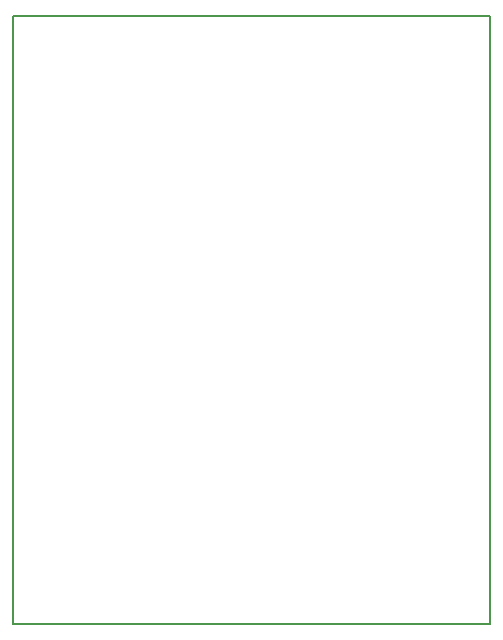
<source format=gbr>
G04 DipTrace 3.1.0.1*
G04 BoardOutline.gbr*
%MOIN*%
G04 #@! TF.FileFunction,Profile*
G04 #@! TF.Part,Single*
%ADD11C,0.005512*%
%FSLAX26Y26*%
G04*
G70*
G90*
G75*
G01*
G04 BoardOutline*
%LPD*%
X393701Y2421260D2*
D11*
X1984252D1*
Y393701D1*
X393701D1*
Y2421260D1*
M02*

</source>
